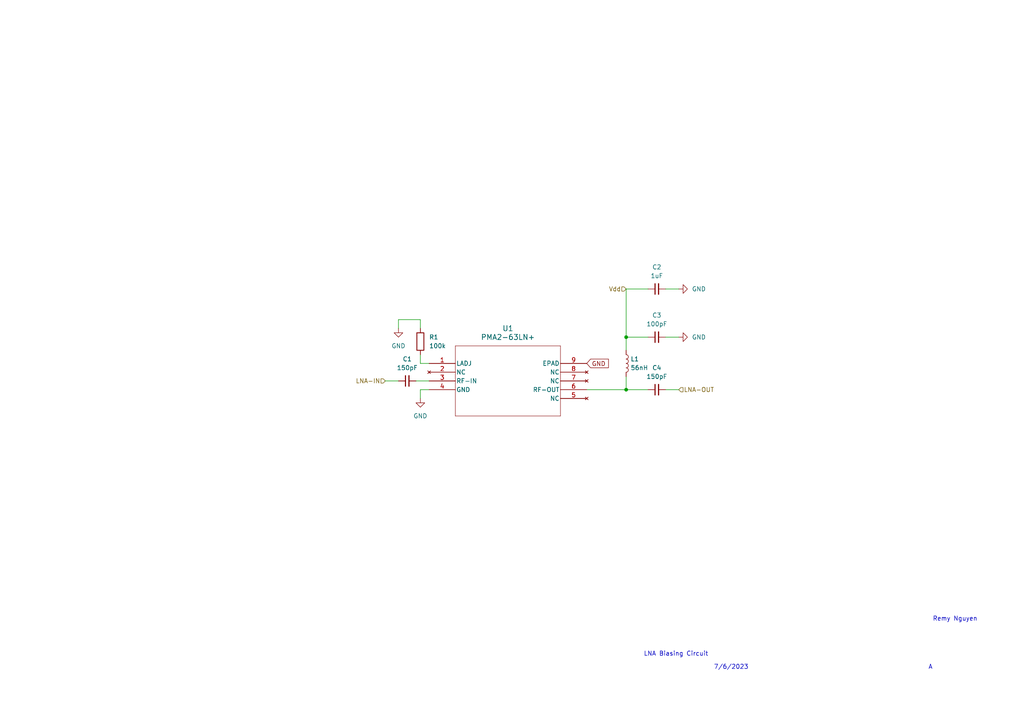
<source format=kicad_sch>
(kicad_sch (version 20230121) (generator eeschema)
  (paper "A4")
  (lib_symbols
    (symbol "Device:C_Small" (pin_numbers hide) (pin_names (offset 0.254) hide)
      (property "Reference" "C" (at 0.254 1.778 0))
      (property "Value" "C_Small" (at 0.254 -2.032 0))
      (symbol "C_Small_0_1"
        (polyline (pts (xy -1.524 -0.508) (xy 1.524 -0.508)) (stroke (width 0.3302)))
        (polyline (pts (xy -1.524 0.508) (xy 1.524 0.508)) (stroke (width 0.3048)))
      )
      (symbol "C_Small_1_1"
        (pin passive line (at 0 2.54 270) (length 2.032) (name "~") (number "1"))
        (pin passive line (at 0 -2.54 90) (length 2.032) (name "~") (number "2"))
      )
    )
    (symbol "Device:L" (pin_numbers hide) (pin_names (offset 1.016) hide)
      (property "Reference" "L" (at -1.27 0 90))
      (property "Value" "L" (at 1.905 0 90))
      (symbol "L_0_1"
        (arc (start 0 -2.54) (mid 0.6323 -1.905) (end 0 -1.27))
        (arc (start 0 -1.27) (mid 0.6323 -0.635) (end 0 0))
        (arc (start 0 0) (mid 0.6323 0.635) (end 0 1.27))
        (arc (start 0 1.27) (mid 0.6323 1.905) (end 0 2.54))
      )
      (symbol "L_1_1"
        (pin passive line (at 0 3.81 270) (length 1.27) (name "1") (number "1"))
        (pin passive line (at 0 -3.81 90) (length 1.27) (name "2") (number "2"))
      )
    )
    (symbol "Device:R" (pin_numbers hide) (pin_names (offset 0))
      (property "Reference" "R" (at 2.032 0 90))
      (property "Value" "R" (at 0 0 90))
      (symbol "R_0_1"
        (rectangle (start -1.016 -2.54) (end 1.016 2.54) (stroke (width 0.254)))
      )
      (symbol "R_1_1"
        (pin passive line (at 0 3.81 270) (length 1.27) (name "~") (number "1"))
        (pin passive line (at 0 -3.81 90) (length 1.27) (name "~") (number "2"))
      )
    )
    (symbol "PMA2-63LN+_1" (pin_names (offset 0.254))
      (property "Reference" "U" (at 22.86 10.16 0))
      (property "Value" "PMA2-63LN+" (at 22.86 7.62 0))
      (symbol "PMA2-63LN+_1_0_1"
        (polyline (pts (xy 7.62 -15.24) (xy 38.1 -15.24)) (stroke (width 0.127)))
        (polyline (pts (xy 7.62 5.08) (xy 7.62 -15.24)) (stroke (width 0.127)))
        (polyline (pts (xy 38.1 -15.24) (xy 38.1 5.08)) (stroke (width 0.127)))
        (polyline (pts (xy 38.1 5.08) (xy 7.62 5.08)) (stroke (width 0.127)))
        (pin bidirectional line (at 0 0 0) (length 7.62) (name "LADJ") (number "1"))
        (pin no_connect line (at 0 -2.54 0) (length 7.62) (name "NC") (number "2"))
        (pin input line (at 0 -5.08 0) (length 7.62) (name "RF-IN") (number "3"))
        (pin no_connect line (at 45.72 -10.16 180) (length 7.62) (name "NC") (number "5"))
        (pin output line (at 45.72 -7.62 180) (length 7.62) (name "RF-OUT") (number "6"))
        (pin no_connect line (at 45.72 -5.08 180) (length 7.62) (name "NC") (number "7"))
        (pin no_connect line (at 45.72 -2.54 180) (length 7.62) (name "NC") (number "8"))
      )
      (symbol "PMA2-63LN+_1_1_1"
        (pin power_in line (at 0 -7.62 0) (length 7.62) (name "GND") (number "4"))
        (pin power_in line (at 45.72 0 180) (length 7.62) (name "EPAD") (number "9"))
      )
    )
    (symbol "power:GND" (power) (pin_names (offset 0))
      (property "Value" "GND" (at 0 -3.81 0))
      (symbol "GND_0_1"
        (polyline (pts (xy 0 0) (xy 0 -1.27) (xy 1.27 -1.27) (xy 0 -2.54) (xy -1.27 -1.27) (xy 0 -1.27)))
      )
      (symbol "GND_1_1"
        (pin power_in line (at 0 0 270) (length 0) hide (name "GND") (number "1"))
      )
    )
  )
  (junction (at 181.61 97.79))
  (junction (at 181.61 113.03))
  (wire (pts (xy 193.04 83.82) (xy 196.85 83.82)))
  (wire (pts (xy 115.57 92.71) (xy 115.57 95.25)))
  (wire (pts (xy 111.76 110.49) (xy 115.57 110.49)))
  (wire (pts (xy 181.61 83.82) (xy 181.61 97.79)))
  (wire (pts (xy 120.65 110.49) (xy 124.46 110.49)))
  (wire (pts (xy 181.61 97.79) (xy 181.61 101.6)))
  (wire (pts (xy 170.18 113.03) (xy 181.61 113.03)))
  (wire (pts (xy 121.92 95.25) (xy 121.92 92.71)))
  (wire (pts (xy 124.46 105.41) (xy 121.92 105.41)))
  (wire (pts (xy 187.96 97.79) (xy 181.61 97.79)))
  (wire (pts (xy 124.46 113.03) (xy 121.92 113.03)))
  (wire (pts (xy 181.61 109.22) (xy 181.61 113.03)))
  (wire (pts (xy 187.96 83.82) (xy 181.61 83.82)))
  (wire (pts (xy 181.61 113.03) (xy 187.96 113.03)))
  (wire (pts (xy 193.04 97.79) (xy 196.85 97.79)))
  (wire (pts (xy 121.92 92.71) (xy 115.57 92.71)))
  (wire (pts (xy 121.92 105.41) (xy 121.92 102.87)))
  (wire (pts (xy 121.92 113.03) (xy 121.92 115.57)))
  (wire (pts (xy 193.04 113.03) (xy 196.85 113.03)))
  (text "Remy Nguyen" (at 270.51 180.34 0) (effects (font (size 1.27 1.27)) (justify left bottom)))
  (text "A" (at 269.24 194.31 0) (effects (font (size 1.27 1.27)) (justify left bottom)))
  (text "7/6/2023" (at 207.01 194.31 0) (effects (font (size 1.27 1.27)) (justify left bottom)))
  (text "LNA Biasing Circuit" (at 186.69 190.5 0) (effects (font (size 1.27 1.27)) (justify left bottom)))
  (global_label "GND" (shape input) (at 170.18 105.41 0) (property "Intersheetrefs" "${INTERSHEET_REFS}" (effects hide)))
  (hierarchical_label "LNA-OUT" (shape input) (at 196.85 113.03 0))
  (hierarchical_label "LNA-IN" (shape input) (at 111.76 110.49 180))
  (hierarchical_label "Vdd" (shape input) (at 181.61 83.82 180))
  (symbol (lib_id "power:GND") (at 196.85 97.79 90) (unit 1)
    (property "Reference" "#PWR016" (effects hide))
    (property "Value" "GND" (at 200.66 97.79 90) (effects (justify right)))
    (instances (project "3_Meter_Dish_LNA" (path "" (reference "#PWR016") (unit 1)) (path "" (reference "#PWR016") (unit 1)) (path "" (reference "#PWR08") (unit 1))))
  )
  (symbol (lib_id "Device:C_Small") (at 190.5 83.82 90) (unit 1)
    (property "Reference" "C2" (at 190.5063 77.47 90))
    (property "Value" "1uF" (at 190.5063 80.01 90))
    (property "Footprint" "Capacitor_SMD:C_0402_1005Metric" (effects hide))
    (instances (project "3_Meter_Dish_LNA" (path "" (reference "C2") (unit 1)) (path "" (reference "C2") (unit 1)) (path "" (reference "C6") (unit 1))))
  )
  (symbol (lib_id "Device:L") (at 181.61 105.41 0) (unit 1)
    (property "Reference" "L1" (at 182.88 104.14 0) (effects (justify left)))
    (property "Value" "56nH" (at 182.88 106.68 0) (effects (justify left)))
    (property "Footprint" "Inductor_SMD:L_0402_1005Metric" (effects hide))
    (instances (project "3_Meter_Dish_LNA" (path "" (reference "L1") (unit 1)) (path "" (reference "L1") (unit 1)) (path "" (reference "L2") (unit 1))))
  )
  (symbol (lib_id "Device:C_Small") (at 190.5 97.79 90) (unit 1)
    (property "Reference" "C3" (at 190.5063 91.44 90))
    (property "Value" "100pF" (at 190.5063 93.98 90))
    (property "Footprint" "Capacitor_SMD:C_0402_1005Metric" (effects hide))
    (instances (project "3_Meter_Dish_LNA" (path "" (reference "C3") (unit 1)) (path "" (reference "C3") (unit 1)) (path "" (reference "C7") (unit 1))))
  )
  (symbol (lib_name "PMA2-63LN+_1") (lib_id "PMA2-63LN+:PMA2-63LN+") (at 124.46 105.41 0) (unit 1)
    (property "Reference" "U1" (at 147.32 95.25 0) (effects (font (size 1.524 1.524))))
    (property "Value" "PMA2-63LN+" (at 147.32 97.79 0) (effects (font (size 1.524 1.524))))
    (property "Footprint" "Imports:SON8_PMA2_MNC" (effects hide))
    (property "Datasheet" "PMA2-63LN+" (effects hide))
    (instances (project "3_Meter_Dish_LNA" (path "" (reference "U1") (unit 1)) (path "" (reference "U1") (unit 1)) (path "" (reference "U2") (unit 1))))
  )
  (symbol (lib_id "Device:C_Small") (at 190.5 113.03 90) (unit 1)
    (property "Reference" "C4" (at 190.5063 106.68 90))
    (property "Value" "150pF" (at 190.5063 109.22 90))
    (property "Footprint" "Capacitor_SMD:C_0402_1005Metric" (effects hide))
    (instances (project "3_Meter_Dish_LNA" (path "" (reference "C4") (unit 1)) (path "" (reference "C4") (unit 1)) (path "" (reference "C8") (unit 1))))
  )
  (symbol (lib_id "power:GND") (at 115.57 95.25 0) (unit 1)
    (property "Reference" "#PWR01" (effects hide))
    (property "Value" "GND" (at 115.57 100.33 0))
    (instances (project "3_Meter_Dish_LNA" (path "" (reference "#PWR01") (unit 1)) (path "" (reference "#PWR01") (unit 1)) (path "" (reference "#PWR02") (unit 1))))
  )
  (symbol (lib_id "Device:C_Small") (at 118.11 110.49 90) (unit 1)
    (property "Reference" "C1" (at 118.1163 104.14 90))
    (property "Value" "150pF" (at 118.1163 106.68 90))
    (property "Footprint" "Capacitor_SMD:C_0402_1005Metric" (effects hide))
    (instances (project "3_Meter_Dish_LNA" (path "" (reference "C1") (unit 1)) (path "" (reference "C1") (unit 1)) (path "" (reference "C5") (unit 1))))
  )
  (symbol (lib_id "Device:R") (at 121.92 99.06 0) (unit 1)
    (property "Reference" "R1" (at 124.46 97.79 0) (effects (justify left)))
    (property "Value" "100k" (at 124.46 100.33 0) (effects (justify left)))
    (property "Footprint" "Resistor_SMD:R_0402_1005Metric" (effects hide))
    (instances (project "3_Meter_Dish_LNA" (path "" (reference "R1") (unit 1)) (path "" (reference "R1") (unit 1)) (path "" (reference "R2") (unit 1))))
  )
  (symbol (lib_id "power:GND") (at 196.85 83.82 90) (unit 1)
    (property "Reference" "#PWR06" (effects hide))
    (property "Value" "GND" (at 200.66 83.82 90) (effects (justify right)))
    (instances (project "3_Meter_Dish_LNA" (path "" (reference "#PWR06") (unit 1)) (path "" (reference "#PWR06") (unit 1)) (path "" (reference "#PWR07") (unit 1))))
  )
  (symbol (lib_id "power:GND") (at 121.92 115.57 0) (unit 1)
    (property "Reference" "#PWR05" (effects hide))
    (property "Value" "GND" (at 121.92 120.65 0))
    (instances (project "3_Meter_Dish_LNA" (path "" (reference "#PWR05") (unit 1)) (path "" (reference "#PWR05") (unit 1)) (path "" (reference "#PWR03") (unit 1))))
  )
)
</source>
